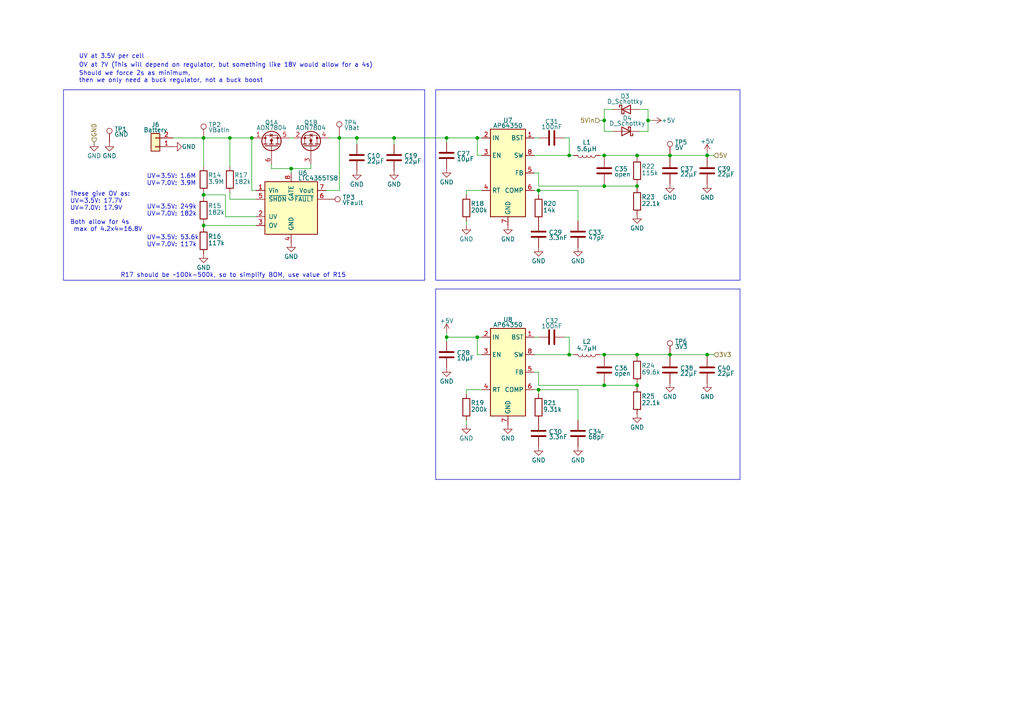
<source format=kicad_sch>
(kicad_sch (version 20220104) (generator eeschema)
  (paper "A4")
  (lib_symbols
    (symbol "AON7804:AON7804" (pin_names (offset 0) hide)
      (property "Reference" "Q" (at 5.08 1.27 0))
      (property "Value" "AON7804" (at 5.08 -1.27 0))
      (symbol "AON7804_0_1"
        (polyline (pts (xy 0.254 0) (xy -2.54 0)))
        (polyline (pts (xy 0.254 1.905) (xy 0.254 -1.905)) (stroke (width 0.254)))
        (polyline (pts (xy 0.762 -1.27) (xy 0.762 -2.286)) (stroke (width 0.254)))
        (polyline (pts (xy 0.762 0.508) (xy 0.762 -0.508)) (stroke (width 0.254)))
        (polyline (pts (xy 0.762 2.286) (xy 0.762 1.27)) (stroke (width 0.254)))
        (polyline (pts (xy 2.54 2.54) (xy 2.54 1.778)))
        (polyline (pts (xy 2.54 -2.54) (xy 2.54 0) (xy 0.762 0)))
        (polyline (pts (xy 0.762 -1.778) (xy 3.302 -1.778) (xy 3.302 1.778) (xy 0.762 1.778)))
        (polyline (pts (xy 1.016 0) (xy 2.032 0.381) (xy 2.032 -0.381) (xy 1.016 0)) (fill (type outline)))
        (polyline (pts (xy 2.794 0.508) (xy 2.921 0.381) (xy 3.683 0.381) (xy 3.81 0.254)))
        (polyline (pts (xy 3.302 0.381) (xy 2.921 -0.254) (xy 3.683 -0.254) (xy 3.302 0.381)))
        (circle (center 1.651 0) (radius 2.794) (stroke (width 0.254)))
        (circle (center 2.54 -1.778) (radius 0.254) (fill (type outline)))
        (circle (center 2.54 1.778) (radius 0.254) (fill (type outline)))
      )
      (symbol "AON7804_1_1"
        (pin passive line (at 2.54 5.08 270) (length 2.54) (name "D") (number "1"))
        (pin passive line (at 2.54 -5.08 90) (length 2.54) (name "S") (number "5"))
        (pin input line (at -5.08 0 0) (length 2.54) (name "G") (number "6"))
      )
      (symbol "AON7804_2_1"
        (pin passive line (at 2.54 -5.08 90) (length 2.54) (name "S") (number "2"))
        (pin input line (at -5.08 0 0) (length 2.54) (name "G") (number "3"))
        (pin passive line (at 2.54 5.08 270) (length 2.54) (name "D") (number "4"))
      )
    )
    (symbol "AP64350:AP64350"
      (property "Reference" "U" (at 0 0 0))
      (property "Value" "AP64350" (at 0 -2.54 0))
      (symbol "AP64350_0_1"
        (rectangle (start -5.08 12.7) (end 5.08 -12.7) (stroke (width 0.254)) (fill (type background)))
      )
      (symbol "AP64350_1_1"
        (pin output line (at 7.62 10.16 180) (length 2.54) (name "BST") (number "1"))
        (pin power_in line (at -7.62 10.16 0) (length 2.54) (name "IN") (number "2"))
        (pin input line (at -7.62 5.08 0) (length 2.54) (name "EN") (number "3"))
        (pin tri_state line (at -7.62 -5.08 0) (length 2.54) (name "RT") (number "4"))
        (pin input line (at 7.62 0 180) (length 2.54) (name "FB") (number "5"))
        (pin output line (at 7.62 -5.08 180) (length 2.54) (name "COMP") (number "6"))
        (pin power_in line (at 0 -15.24 90) (length 2.54) (name "GND") (number "7"))
        (pin power_out line (at 7.62 5.08 180) (length 2.54) (name "SW") (number "8"))
        (pin power_in line (at 0 -15.24 90) (length 2.54) hide (name "EP") (number "9"))
      )
    )
    (symbol "Connector:TestPoint" (pin_numbers hide) (pin_names (offset 0.762) hide)
      (property "Reference" "TP" (at 0 6.858 0))
      (property "Value" "TestPoint" (at 0 5.08 0))
      (symbol "TestPoint_0_1"
        (circle (center 0 3.302) (radius 0.762))
      )
      (symbol "TestPoint_1_1"
        (pin passive line (at 0 0 90) (length 2.54) (name "1") (number "1"))
      )
    )
    (symbol "Connector_Generic:Conn_01x02" (pin_names (offset 1.016) hide)
      (property "Reference" "J" (at 0 2.54 0))
      (property "Value" "Conn_01x02" (at 0 -5.08 0))
      (symbol "Conn_01x02_1_1"
        (rectangle (start -1.27 -2.413) (end 0 -2.667) (stroke (width 0.1524)))
        (rectangle (start -1.27 0.127) (end 0 -0.127) (stroke (width 0.1524)))
        (rectangle (start -1.27 1.27) (end 1.27 -3.81) (stroke (width 0.254)) (fill (type background)))
        (pin passive line (at -5.08 0 0) (length 3.81) (name "Pin_1") (number "1"))
        (pin passive line (at -5.08 -2.54 0) (length 3.81) (name "Pin_2") (number "2"))
      )
    )
    (symbol "Device:C" (pin_numbers hide) (pin_names (offset 0.254))
      (property "Reference" "C" (at 0.635 2.54 0))
      (property "Value" "C" (at 0.635 -2.54 0))
      (symbol "C_0_1"
        (polyline (pts (xy -2.032 -0.762) (xy 2.032 -0.762)) (stroke (width 0.508)))
        (polyline (pts (xy -2.032 0.762) (xy 2.032 0.762)) (stroke (width 0.508)))
      )
      (symbol "C_1_1"
        (pin passive line (at 0 3.81 270) (length 2.794) (name "~") (number "1"))
        (pin passive line (at 0 -3.81 90) (length 2.794) (name "~") (number "2"))
      )
    )
    (symbol "Device:D_Schottky" (pin_numbers hide) (pin_names (offset 1.016) hide)
      (property "Reference" "D" (at 0 2.54 0))
      (property "Value" "D_Schottky" (at 0 -2.54 0))
      (symbol "D_Schottky_0_1"
        (polyline (pts (xy 1.27 0) (xy -1.27 0)))
        (polyline (pts (xy 1.27 1.27) (xy 1.27 -1.27) (xy -1.27 0) (xy 1.27 1.27)) (stroke (width 0.254)))
        (polyline (pts (xy -1.905 0.635) (xy -1.905 1.27) (xy -1.27 1.27) (xy -1.27 -1.27) (xy -0.635 -1.27) (xy -0.635 -0.635)) (stroke (width 0.254)))
      )
      (symbol "D_Schottky_1_1"
        (pin passive line (at -3.81 0 0) (length 2.54) (name "K") (number "1"))
        (pin passive line (at 3.81 0 180) (length 2.54) (name "A") (number "2"))
      )
    )
    (symbol "Device:L" (pin_numbers hide) (pin_names (offset 1.016) hide)
      (property "Reference" "L" (at -1.27 0 90))
      (property "Value" "L" (at 1.905 0 90))
      (symbol "L_0_1"
        (arc (start 0 -2.54) (mid 0.635 -1.905) (end 0 -1.27))
        (arc (start 0 -1.27) (mid 0.635 -0.635) (end 0 0))
        (arc (start 0 0) (mid 0.635 0.635) (end 0 1.27))
        (arc (start 0 1.27) (mid 0.635 1.905) (end 0 2.54))
      )
      (symbol "L_1_1"
        (pin passive line (at 0 3.81 270) (length 1.27) (name "1") (number "1"))
        (pin passive line (at 0 -3.81 90) (length 1.27) (name "2") (number "2"))
      )
    )
    (symbol "Device:R" (pin_numbers hide) (pin_names (offset 0))
      (property "Reference" "R" (at 2.032 0 90))
      (property "Value" "R" (at 0 0 90))
      (symbol "R_0_1"
        (rectangle (start -1.016 -2.54) (end 1.016 2.54) (stroke (width 0.254)))
      )
      (symbol "R_1_1"
        (pin passive line (at 0 3.81 270) (length 1.27) (name "~") (number "1"))
        (pin passive line (at 0 -3.81 90) (length 1.27) (name "~") (number "2"))
      )
    )
    (symbol "Power_Management:LTC4365TS8" (pin_names (offset 1.016))
      (property "Reference" "U" (at -7.62 8.89 0))
      (property "Value" "LTC4365TS8" (at 2.54 8.89 0))
      (symbol "LTC4365TS8_0_1"
        (rectangle (start -7.62 7.62) (end 7.62 -7.62) (stroke (width 0.254)) (fill (type background)))
      )
      (symbol "LTC4365TS8_1_1"
        (pin power_in line (at -10.16 5.08 0) (length 2.54) (name "Vin") (number "1"))
        (pin input line (at -10.16 -2.54 0) (length 2.54) (name "UV") (number "2"))
        (pin input line (at -10.16 -5.08 0) (length 2.54) (name "OV") (number "3"))
        (pin power_in line (at 0 -10.16 90) (length 2.54) (name "GND") (number "4"))
        (pin input line (at -10.16 2.54 0) (length 2.54) (name "~{SHDN}") (number "5"))
        (pin open_collector line (at 10.16 2.54 180) (length 2.54) (name "~{FAULT}") (number "6"))
        (pin input line (at 10.16 5.08 180) (length 2.54) (name "Vout") (number "7"))
        (pin output line (at 0 10.16 270) (length 2.54) (name "GATE") (number "8"))
      )
    )
    (symbol "power:+5V" (power) (pin_names (offset 0))
      (property "Value" "+5V" (at 0 3.556 0))
      (symbol "+5V_0_1"
        (polyline (pts (xy -0.762 1.27) (xy 0 2.54)))
        (polyline (pts (xy 0 0) (xy 0 2.54)))
        (polyline (pts (xy 0 2.54) (xy 0.762 1.27)))
      )
      (symbol "+5V_1_1"
        (pin power_in line (at 0 0 90) (length 0) hide (name "+5V") (number "1"))
      )
    )
    (symbol "power:GND" (power) (pin_names (offset 0))
      (property "Value" "GND" (at 0 -3.81 0))
      (symbol "GND_0_1"
        (polyline (pts (xy 0 0) (xy 0 -1.27) (xy 1.27 -1.27) (xy 0 -2.54) (xy -1.27 -1.27) (xy 0 -1.27)))
      )
      (symbol "GND_1_1"
        (pin power_in line (at 0 0 270) (length 0) hide (name "GND") (number "1"))
      )
    )
  )
  (junction (at 184.785 45.085))
  (junction (at 205.105 102.87))
  (junction (at 175.26 111.76))
  (junction (at 73.025 40.005))
  (junction (at 187.96 34.925))
  (junction (at 66.675 40.005))
  (junction (at 175.26 45.085))
  (junction (at 184.785 53.975))
  (junction (at 129.54 40.005))
  (junction (at 165.1 45.085))
  (junction (at 129.54 97.79))
  (junction (at 138.43 40.005))
  (junction (at 59.055 40.005))
  (junction (at 175.26 34.925))
  (junction (at 194.31 45.085))
  (junction (at 205.105 45.085))
  (junction (at 156.21 113.03))
  (junction (at 165.1 102.87))
  (junction (at 175.26 102.87))
  (junction (at 184.785 102.87))
  (junction (at 59.055 65.405))
  (junction (at 114.3 40.005))
  (junction (at 59.055 56.515))
  (junction (at 103.505 40.005))
  (junction (at 84.455 48.895))
  (junction (at 194.31 102.87))
  (junction (at 175.26 53.975))
  (junction (at 98.425 40.005))
  (junction (at 156.21 55.245))
  (junction (at 138.43 97.79))
  (junction (at 184.785 111.76))
  (wire (pts (xy 59.055 64.77) (xy 59.055 65.405)))
  (polyline (pts (xy 126.365 26.035) (xy 214.63 26.035)))
  (wire (pts (xy 65.405 62.865) (xy 74.295 62.865)))
  (wire (pts (xy 135.255 121.92) (xy 135.255 123.19)))
  (wire (pts (xy 184.785 111.125) (xy 184.785 111.76)))
  (wire (pts (xy 74.295 55.245) (xy 73.025 55.245)))
  (wire (pts (xy 165.1 97.79) (xy 165.1 102.87)))
  (wire (pts (xy 175.26 102.87) (xy 184.785 102.87)))
  (wire (pts (xy 154.94 97.79) (xy 156.21 97.79)))
  (wire (pts (xy 154.94 40.005) (xy 156.21 40.005)))
  (wire (pts (xy 205.105 45.72) (xy 205.105 45.085)))
  (wire (pts (xy 187.96 38.1) (xy 185.42 38.1)))
  (wire (pts (xy 173.99 102.87) (xy 175.26 102.87)))
  (wire (pts (xy 187.96 34.925) (xy 187.96 38.1)))
  (wire (pts (xy 156.21 113.03) (xy 156.21 114.3)))
  (wire (pts (xy 205.105 102.87) (xy 207.01 102.87)))
  (wire (pts (xy 129.54 96.52) (xy 129.54 97.79)))
  (polyline (pts (xy 123.19 81.28) (xy 18.415 81.28)))
  (wire (pts (xy 138.43 102.87) (xy 138.43 97.79)))
  (polyline (pts (xy 214.63 139.065) (xy 126.365 139.065)))
  (wire (pts (xy 184.785 45.72) (xy 184.785 45.085)))
  (polyline (pts (xy 214.63 26.035) (xy 214.63 81.28)))
  (wire (pts (xy 139.7 55.245) (xy 135.255 55.245)))
  (wire (pts (xy 156.21 53.975) (xy 175.26 53.975)))
  (wire (pts (xy 184.785 53.975) (xy 184.785 54.61)))
  (wire (pts (xy 165.1 40.005) (xy 165.1 45.085)))
  (wire (pts (xy 194.31 45.085) (xy 184.785 45.085)))
  (wire (pts (xy 156.21 113.03) (xy 167.64 113.03)))
  (wire (pts (xy 138.43 45.085) (xy 138.43 40.005)))
  (wire (pts (xy 135.255 55.245) (xy 135.255 56.515)))
  (wire (pts (xy 175.26 102.87) (xy 175.26 103.505)))
  (polyline (pts (xy 126.365 83.82) (xy 214.63 83.82)))
  (wire (pts (xy 187.96 31.75) (xy 187.96 34.925)))
  (polyline (pts (xy 126.365 83.82) (xy 126.365 139.065)))
  (wire (pts (xy 185.42 31.75) (xy 187.96 31.75)))
  (wire (pts (xy 135.255 64.135) (xy 135.255 65.405)))
  (wire (pts (xy 59.055 65.405) (xy 59.055 66.04)))
  (wire (pts (xy 205.105 103.505) (xy 205.105 102.87)))
  (wire (pts (xy 139.7 97.79) (xy 138.43 97.79)))
  (wire (pts (xy 184.785 103.505) (xy 184.785 102.87)))
  (wire (pts (xy 84.455 48.895) (xy 90.17 48.895)))
  (wire (pts (xy 167.64 55.245) (xy 167.64 64.135)))
  (wire (pts (xy 156.21 107.95) (xy 156.21 111.76)))
  (polyline (pts (xy 214.63 81.28) (xy 126.365 81.28)))
  (wire (pts (xy 165.1 45.085) (xy 166.37 45.085)))
  (wire (pts (xy 59.055 56.515) (xy 59.055 57.15)))
  (wire (pts (xy 73.025 55.245) (xy 73.025 40.005)))
  (wire (pts (xy 154.94 107.95) (xy 156.21 107.95)))
  (wire (pts (xy 73.025 40.005) (xy 73.66 40.005)))
  (wire (pts (xy 138.43 40.005) (xy 129.54 40.005)))
  (wire (pts (xy 154.94 55.245) (xy 156.21 55.245)))
  (wire (pts (xy 175.26 53.975) (xy 175.26 53.34)))
  (wire (pts (xy 163.83 40.005) (xy 165.1 40.005)))
  (wire (pts (xy 175.26 53.975) (xy 184.785 53.975)))
  (wire (pts (xy 103.505 40.005) (xy 114.3 40.005)))
  (wire (pts (xy 163.83 97.79) (xy 165.1 97.79)))
  (wire (pts (xy 83.82 40.005) (xy 85.09 40.005)))
  (polyline (pts (xy 123.19 26.035) (xy 123.19 81.28)))
  (wire (pts (xy 98.425 55.245) (xy 98.425 40.005)))
  (wire (pts (xy 175.26 45.085) (xy 175.26 45.72)))
  (wire (pts (xy 175.26 31.75) (xy 177.8 31.75)))
  (wire (pts (xy 84.455 48.895) (xy 78.74 48.895)))
  (wire (pts (xy 139.7 102.87) (xy 138.43 102.87)))
  (wire (pts (xy 175.26 111.76) (xy 184.785 111.76)))
  (wire (pts (xy 194.31 45.72) (xy 194.31 45.085)))
  (wire (pts (xy 65.405 56.515) (xy 65.405 62.865)))
  (wire (pts (xy 165.1 102.87) (xy 166.37 102.87)))
  (wire (pts (xy 156.21 55.245) (xy 156.21 56.515)))
  (wire (pts (xy 95.25 40.005) (xy 98.425 40.005)))
  (wire (pts (xy 129.54 40.005) (xy 129.54 41.275)))
  (wire (pts (xy 78.74 47.625) (xy 78.74 48.895)))
  (wire (pts (xy 59.055 65.405) (xy 74.295 65.405)))
  (wire (pts (xy 184.785 53.34) (xy 184.785 53.975)))
  (wire (pts (xy 175.26 45.085) (xy 184.785 45.085)))
  (wire (pts (xy 173.99 34.925) (xy 175.26 34.925)))
  (wire (pts (xy 139.7 113.03) (xy 135.255 113.03)))
  (wire (pts (xy 50.165 40.005) (xy 59.055 40.005)))
  (wire (pts (xy 167.64 113.03) (xy 167.64 121.92)))
  (wire (pts (xy 139.7 45.085) (xy 138.43 45.085)))
  (wire (pts (xy 194.31 103.505) (xy 194.31 102.87)))
  (wire (pts (xy 154.94 45.085) (xy 165.1 45.085)))
  (wire (pts (xy 177.8 38.1) (xy 175.26 38.1)))
  (wire (pts (xy 139.7 40.005) (xy 138.43 40.005)))
  (wire (pts (xy 156.21 111.76) (xy 175.26 111.76)))
  (wire (pts (xy 194.31 102.87) (xy 184.785 102.87)))
  (wire (pts (xy 173.99 45.085) (xy 175.26 45.085)))
  (wire (pts (xy 205.105 102.87) (xy 194.31 102.87)))
  (wire (pts (xy 66.675 40.005) (xy 73.025 40.005)))
  (wire (pts (xy 187.96 34.925) (xy 189.23 34.925)))
  (wire (pts (xy 90.17 47.625) (xy 90.17 48.895)))
  (wire (pts (xy 205.105 45.085) (xy 207.01 45.085)))
  (wire (pts (xy 98.425 39.37) (xy 98.425 40.005)))
  (wire (pts (xy 205.105 44.45) (xy 205.105 45.085)))
  (wire (pts (xy 175.26 31.75) (xy 175.26 34.925)))
  (wire (pts (xy 59.055 56.515) (xy 65.405 56.515)))
  (polyline (pts (xy 214.63 83.82) (xy 214.63 139.065)))
  (wire (pts (xy 59.055 55.88) (xy 59.055 56.515)))
  (polyline (pts (xy 126.365 26.035) (xy 126.365 81.28)))
  (wire (pts (xy 98.425 40.005) (xy 103.505 40.005)))
  (wire (pts (xy 175.26 111.76) (xy 175.26 111.125)))
  (wire (pts (xy 154.94 50.165) (xy 156.21 50.165)))
  (wire (pts (xy 74.295 57.785) (xy 66.675 57.785)))
  (wire (pts (xy 156.21 55.245) (xy 167.64 55.245)))
  (wire (pts (xy 114.3 40.005) (xy 129.54 40.005)))
  (polyline (pts (xy 18.415 26.035) (xy 123.19 26.035)))
  (wire (pts (xy 156.21 50.165) (xy 156.21 53.975)))
  (wire (pts (xy 66.675 40.005) (xy 66.675 48.26)))
  (wire (pts (xy 114.3 40.005) (xy 114.3 41.91)))
  (wire (pts (xy 205.105 45.085) (xy 194.31 45.085)))
  (wire (pts (xy 154.94 113.03) (xy 156.21 113.03)))
  (wire (pts (xy 59.055 40.005) (xy 59.055 48.26)))
  (wire (pts (xy 59.055 40.005) (xy 66.675 40.005)))
  (wire (pts (xy 94.615 55.245) (xy 98.425 55.245)))
  (wire (pts (xy 175.26 34.925) (xy 175.26 38.1)))
  (wire (pts (xy 135.255 113.03) (xy 135.255 114.3)))
  (wire (pts (xy 154.94 102.87) (xy 165.1 102.87)))
  (polyline (pts (xy 18.415 81.28) (xy 18.415 26.035)))
  (wire (pts (xy 129.54 97.79) (xy 129.54 99.06)))
  (wire (pts (xy 184.785 111.76) (xy 184.785 112.395)))
  (wire (pts (xy 84.455 50.165) (xy 84.455 48.895)))
  (wire (pts (xy 103.505 41.91) (xy 103.505 40.005)))
  (wire (pts (xy 66.675 57.785) (xy 66.675 55.88)))
  (wire (pts (xy 138.43 97.79) (xy 129.54 97.79)))
  (text "R17 should be ~100k-500k, so to simplify BOM, use value of R15" (at 34.925 80.645 0) (effects (font (size 1.27 1.27)) (justify left bottom)))
  (text "Should we force 2s as minimum, \nthen we only need a buck regulator, not a buck boost" (at 22.86 24.13 0) (effects (font (size 1.27 1.27)) (justify left bottom)))
  (text "UV=3.5V: 1.6M\nUV=7.0V: 3.9M" (at 42.545 53.975 0) (effects (font (size 1.27 1.27)) (justify left bottom)))
  (text "UV=3.5V: 53.6k\nUV=7.0V: 117k" (at 42.545 71.755 0) (effects (font (size 1.27 1.27)) (justify left bottom)))
  (text "OV at ?V (This will depend on regulator, but something like 18V would allow for a 4s)" (at 22.86 19.685 0) (effects (font (size 1.27 1.27)) (justify left bottom)))
  (text "These give OV as:\nUV=3.5V: 17.7V\nUV=7.0V: 17.9V\n\nBoth allow for 4s \n max of 4.2x4=16.8V" (at 20.32 67.31 0) (effects (font (size 1.27 1.27)) (justify left bottom)))
  (text "UV at 3.5V per cell" (at 22.86 17.145 0) (effects (font (size 1.27 1.27)) (justify left bottom)))
  (text "UV=3.5V: 249k\nUV=7.0V: 182k" (at 42.545 62.865 0) (effects (font (size 1.27 1.27)) (justify left bottom)))
  (hierarchical_label "3V3" (shape input) (at 207.01 102.87 0))
  (hierarchical_label "GND" (shape input) (at 27.305 41.275 90))
  (hierarchical_label "5Vin" (shape input) (at 173.99 34.925 0))
  (hierarchical_label "5V" (shape input) (at 207.01 45.085 0))
  (symbol (lib_id "Connector:TestPoint") (at 194.31 45.085 0) (unit 1)
    (property "Reference" "TP5" (at 195.707 41.2623 0) (effects (justify left)))
    (property "Value" "5V" (at 195.707 42.7863 0) (effects (justify left)))
    (property "Footprint" "TestPoint:TestPoint_Pad_D1.0mm" (effects hide))
  )
  (symbol (lib_id "power:GND") (at 59.055 73.66 0) (unit 1)
    (property "Reference" "#PWR046" (effects hide))
    (property "Value" "GND" (at 59.055 77.597 0))
  )
  (symbol (lib_id "Device:R") (at 59.055 52.07 0) (unit 1)
    (property "Reference" "R14" (at 60.325 50.8 0) (effects (justify left)))
    (property "Value" "3.9M" (at 60.325 52.705 0) (effects (justify left)))
    (property "Footprint" "Resistor_SMD:R_0603_1608Metric" (effects hide))
  )
  (symbol (lib_id "power:GND") (at 205.105 53.34 0) (unit 1)
    (property "Reference" "#PWR067" (effects hide))
    (property "Value" "GND" (at 205.105 57.277 0))
  )
  (symbol (lib_id "Device:R") (at 135.255 60.325 0) (unit 1)
    (property "Reference" "R18" (at 136.525 59.055 0) (effects (justify left)))
    (property "Value" "200k" (at 136.525 60.96 0) (effects (justify left)))
    (property "Footprint" "Resistor_SMD:R_0603_1608Metric" (effects hide))
  )
  (symbol (lib_id "AON7804:AON7804") (at 78.74 42.545 90) (unit 1)
    (property "Reference" "Q1" (at 78.74 35.5346 90))
    (property "Value" "AON7804" (at 78.74 37.0586 90))
    (property "Footprint" "AON7804:DFN3X3" (effects hide))
    (property "Datasheet" "https://www.digikey.co.uk/en/products/detail/alpha-omega-semiconductor-inc/AON7804/3152547" (effects hide))
  )
  (symbol (lib_id "Device:R") (at 184.785 116.205 0) (unit 1)
    (property "Reference" "R25" (at 186.055 114.935 0) (effects (justify left)))
    (property "Value" "22.1k" (at 186.055 116.84 0) (effects (justify left)))
    (property "Footprint" "Resistor_SMD:R_0603_1608Metric" (effects hide))
  )
  (symbol (lib_id "power:GND") (at 194.31 53.34 0) (unit 1)
    (property "Reference" "#PWR064" (effects hide))
    (property "Value" "GND" (at 194.31 57.277 0))
  )
  (symbol (lib_id "Device:R") (at 59.055 60.96 0) (unit 1)
    (property "Reference" "R15" (at 60.325 59.69 0) (effects (justify left)))
    (property "Value" "182k" (at 60.325 61.595 0) (effects (justify left)))
    (property "Footprint" "Resistor_SMD:R_0603_1608Metric" (effects hide))
  )
  (symbol (lib_id "Device:R") (at 184.785 107.315 0) (unit 1)
    (property "Reference" "R24" (at 186.055 106.045 0) (effects (justify left)))
    (property "Value" "69.6k" (at 186.055 107.95 0) (effects (justify left)))
    (property "Footprint" "Resistor_SMD:R_0603_1608Metric" (effects hide))
  )
  (symbol (lib_id "Device:C") (at 103.505 45.72 0) (unit 1)
    (property "Reference" "C10" (at 106.426 45.1993 0) (effects (justify left)))
    (property "Value" "22μF" (at 106.426 46.7233 0) (effects (justify left)))
    (property "Footprint" "Capacitor_SMD:C_0603_1608Metric" (effects hide))
  )
  (symbol (lib_id "Device:C") (at 194.31 49.53 0) (unit 1)
    (property "Reference" "C37" (at 197.231 49.0093 0) (effects (justify left)))
    (property "Value" "22μF" (at 197.231 50.5333 0) (effects (justify left)))
    (property "Footprint" "Capacitor_SMD:C_0603_1608Metric" (effects hide))
  )
  (symbol (lib_id "Device:C") (at 114.3 45.72 0) (unit 1)
    (property "Reference" "C19" (at 117.221 45.1993 0) (effects (justify left)))
    (property "Value" "22μF" (at 117.221 46.7233 0) (effects (justify left)))
    (property "Footprint" "Capacitor_SMD:C_0603_1608Metric" (effects hide))
  )
  (symbol (lib_id "power:GND") (at 114.3 49.53 0) (unit 1)
    (property "Reference" "#PWR049" (effects hide))
    (property "Value" "GND" (at 114.3 53.467 0))
  )
  (symbol (lib_id "power:GND") (at 147.32 123.19 0) (unit 1)
    (property "Reference" "#PWR056" (effects hide))
    (property "Value" "GND" (at 147.32 127.127 0))
  )
  (symbol (lib_id "Device:R") (at 184.785 49.53 0) (unit 1)
    (property "Reference" "R22" (at 186.055 48.26 0) (effects (justify left)))
    (property "Value" "115k" (at 186.055 50.165 0) (effects (justify left)))
    (property "Footprint" "Resistor_SMD:R_0603_1608Metric" (effects hide))
  )
  (symbol (lib_id "power:GND") (at 205.105 111.125 0) (unit 1)
    (property "Reference" "#PWR068" (effects hide))
    (property "Value" "GND" (at 205.105 115.062 0))
  )
  (symbol (lib_id "power:GND") (at 50.165 42.545 90) (unit 1)
    (property "Reference" "#PWR045" (effects hide))
    (property "Value" "GND" (at 52.705 42.545 90) (effects (justify right)))
  )
  (symbol (lib_id "Device:D_Schottky") (at 181.61 38.1 180) (unit 1)
    (property "Reference" "D4" (at 181.9275 34.2646 0))
    (property "Value" "D_Schottky" (at 181.9275 35.7886 0))
    (property "Footprint" "Diode_SMD:D_SOD-123F" (effects hide))
    (property "Datasheet" "https://www.digikey.co.uk/en/products/detail/smc-diode-solutions/DSS12UTR/8341857" (effects hide))
  )
  (symbol (lib_id "power:GND") (at 167.64 71.755 0) (unit 1)
    (property "Reference" "#PWR059" (effects hide))
    (property "Value" "GND" (at 167.64 75.692 0))
  )
  (symbol (lib_id "Connector:TestPoint") (at 194.31 102.87 0) (unit 1)
    (property "Reference" "TP6" (at 195.707 99.0473 0) (effects (justify left)))
    (property "Value" "3V3" (at 195.707 100.5713 0) (effects (justify left)))
    (property "Footprint" "TestPoint:TestPoint_Pad_D1.0mm" (effects hide))
  )
  (symbol (lib_id "AON7804:AON7804") (at 90.17 42.545 270) (mirror x) (unit 2)
    (property "Reference" "Q1" (at 90.17 35.5346 90))
    (property "Value" "AON7804" (at 90.17 37.0586 90))
    (property "Footprint" "AON7804:DFN3X3" (effects hide))
    (property "Datasheet" "https://www.digikey.co.uk/en/products/detail/alpha-omega-semiconductor-inc/AON7804/3152547" (effects hide))
  )
  (symbol (lib_id "Connector:TestPoint") (at 59.055 40.005 0) (unit 1)
    (property "Reference" "TP2" (at 60.452 36.1823 0) (effects (justify left)))
    (property "Value" "VBatIn" (at 60.452 37.7063 0) (effects (justify left)))
    (property "Footprint" "TestPoint:TestPoint_Pad_D1.0mm" (effects hide))
  )
  (symbol (lib_id "power:GND") (at 184.785 62.23 0) (unit 1)
    (property "Reference" "#PWR061" (effects hide))
    (property "Value" "GND" (at 184.785 66.167 0))
  )
  (symbol (lib_id "Device:C") (at 129.54 102.87 0) (unit 1)
    (property "Reference" "C28" (at 132.461 102.3493 0) (effects (justify left)))
    (property "Value" "10μF" (at 132.461 103.8733 0) (effects (justify left)))
    (property "Footprint" "Capacitor_SMD:C_0603_1608Metric" (effects hide))
  )
  (symbol (lib_id "Device:D_Schottky") (at 181.61 31.75 0) (unit 1)
    (property "Reference" "D3" (at 181.2925 27.9146 0))
    (property "Value" "D_Schottky" (at 181.2925 29.4386 0))
    (property "Footprint" "Diode_SMD:D_SOD-123F" (effects hide))
    (property "Datasheet" "https://www.digikey.co.uk/en/products/detail/smc-diode-solutions/DSS12UTR/8341857" (effects hide))
  )
  (symbol (lib_id "Device:R") (at 156.21 118.11 0) (unit 1)
    (property "Reference" "R21" (at 157.48 116.84 0) (effects (justify left)))
    (property "Value" "9.31k" (at 157.48 118.745 0) (effects (justify left)))
    (property "Footprint" "Resistor_SMD:R_0603_1608Metric" (effects hide))
  )
  (symbol (lib_id "Device:C") (at 205.105 49.53 0) (unit 1)
    (property "Reference" "C39" (at 208.026 49.0093 0) (effects (justify left)))
    (property "Value" "22μF" (at 208.026 50.5333 0) (effects (justify left)))
    (property "Footprint" "Capacitor_SMD:C_0603_1608Metric" (effects hide))
  )
  (symbol (lib_id "power:GND") (at 31.75 41.275 0) (unit 1)
    (property "Reference" "#PWR025" (effects hide))
    (property "Value" "GND" (at 31.75 45.212 0))
  )
  (symbol (lib_id "Connector:TestPoint") (at 98.425 39.37 0) (unit 1)
    (property "Reference" "TP4" (at 99.822 35.5473 0) (effects (justify left)))
    (property "Value" "VBat" (at 99.822 37.0713 0) (effects (justify left)))
    (property "Footprint" "TestPoint:TestPoint_Pad_D1.0mm" (effects hide))
  )
  (symbol (lib_id "power:GND") (at 84.455 70.485 0) (unit 1)
    (property "Reference" "#PWR047" (effects hide))
    (property "Value" "GND" (at 84.455 74.422 0))
  )
  (symbol (lib_id "Device:C") (at 160.02 40.005 90) (unit 1)
    (property "Reference" "C31" (at 160.02 35.2806 90))
    (property "Value" "100nF" (at 160.02 36.8046 90))
    (property "Footprint" "Capacitor_SMD:C_0603_1608Metric" (effects hide))
  )
  (symbol (lib_id "power:GND") (at 167.64 129.54 0) (unit 1)
    (property "Reference" "#PWR060" (effects hide))
    (property "Value" "GND" (at 167.64 133.477 0))
  )
  (symbol (lib_id "power:GND") (at 129.54 106.68 0) (unit 1)
    (property "Reference" "#PWR052" (effects hide))
    (property "Value" "GND" (at 129.54 110.617 0))
  )
  (symbol (lib_id "Connector:TestPoint") (at 31.75 41.275 0) (unit 1)
    (property "Reference" "TP1" (at 33.147 37.4523 0) (effects (justify left)))
    (property "Value" "GND" (at 33.147 38.9763 0) (effects (justify left)))
    (property "Footprint" "TestPoint:TestPoint_Pad_D1.0mm" (effects hide))
  )
  (symbol (lib_id "power:GND") (at 135.255 65.405 0) (unit 1)
    (property "Reference" "#PWR053" (effects hide))
    (property "Value" "GND" (at 135.255 69.342 0))
  )
  (symbol (lib_id "Device:R") (at 66.675 52.07 0) (unit 1)
    (property "Reference" "R17" (at 67.945 50.8 0) (effects (justify left)))
    (property "Value" "182k" (at 67.945 52.705 0) (effects (justify left)))
    (property "Footprint" "Resistor_SMD:R_0603_1608Metric" (effects hide))
  )
  (symbol (lib_id "power:GND") (at 103.505 49.53 0) (unit 1)
    (property "Reference" "#PWR048" (effects hide))
    (property "Value" "GND" (at 103.505 53.467 0))
  )
  (symbol (lib_id "power:GND") (at 135.255 123.19 0) (unit 1)
    (property "Reference" "#PWR054" (effects hide))
    (property "Value" "GND" (at 135.255 127.127 0))
  )
  (symbol (lib_id "AP64350:AP64350") (at 147.32 50.165 0) (unit 1)
    (property "Reference" "U7" (at 147.32 34.8996 0))
    (property "Value" "AP64350" (at 147.32 36.4236 0))
    (property "Footprint" "Package_SO:Diodes_SO-8EP" (effects hide))
    (property "Datasheet" "https://www.digikey.co.uk/en/products/detail/diodes-incorporated/AP64350SP-13/10420257" (effects hide))
  )
  (symbol (lib_id "Device:C") (at 194.31 107.315 0) (unit 1)
    (property "Reference" "C38" (at 197.231 106.7943 0) (effects (justify left)))
    (property "Value" "22μF" (at 197.231 108.3183 0) (effects (justify left)))
    (property "Footprint" "Capacitor_SMD:C_0603_1608Metric" (effects hide))
  )
  (symbol (lib_id "Device:C") (at 156.21 67.945 0) (unit 1)
    (property "Reference" "C29" (at 159.131 67.4243 0) (effects (justify left)))
    (property "Value" "3.3nF" (at 159.131 68.9483 0) (effects (justify left)))
    (property "Footprint" "Capacitor_SMD:C_0603_1608Metric" (effects hide))
  )
  (symbol (lib_id "Device:R") (at 135.255 118.11 0) (unit 1)
    (property "Reference" "R19" (at 136.525 116.84 0) (effects (justify left)))
    (property "Value" "200k" (at 136.525 118.745 0) (effects (justify left)))
    (property "Footprint" "Resistor_SMD:R_0603_1608Metric" (effects hide))
  )
  (symbol (lib_id "Power_Management:LTC4365TS8") (at 84.455 60.325 0) (unit 1)
    (property "Reference" "U6" (at 86.4109 50.1396 0) (effects (justify left)))
    (property "Value" "LTC4365TS8" (at 86.4109 51.6636 0) (effects (justify left)))
    (property "Footprint" "Package_TO_SOT_SMD:TSOT-23-8" (effects hide))
    (property "Datasheet" "https://www.analog.com/media/en/technical-documentation/data-sheets/4365fa.pdf" (effects hide))
  )
  (symbol (lib_id "power:+5V") (at 205.105 44.45 0) (unit 1)
    (property "Reference" "#PWR066" (effects hide))
    (property "Value" "+5V" (at 205.105 40.9956 0))
  )
  (symbol (lib_id "Device:C") (at 160.02 97.79 90) (unit 1)
    (property "Reference" "C32" (at 160.02 93.0656 90))
    (property "Value" "100nF" (at 160.02 94.5896 90))
    (property "Footprint" "Capacitor_SMD:C_0603_1608Metric" (effects hide))
  )
  (symbol (lib_id "Device:L") (at 170.18 45.085 270) (unit 1)
    (property "Reference" "L1" (at 170.18 41.275 90))
    (property "Value" "5.6μH" (at 170.18 43.18 90))
    (property "Footprint" "Inductor_SMD:L_Bourns_SRN8040TA" (effects hide))
    (property "Datasheet" "https://www.digikey.co.uk/en/products/detail/bourns-inc/SRN8040TA-5R6M/6155127" (effects hide))
    (property "Note" "Should be 5.5μH" (effects hide))
  )
  (symbol (lib_id "Device:R") (at 184.785 58.42 0) (unit 1)
    (property "Reference" "R23" (at 186.055 57.15 0) (effects (justify left)))
    (property "Value" "22.1k" (at 186.055 59.055 0) (effects (justify left)))
    (property "Footprint" "Resistor_SMD:R_0603_1608Metric" (effects hide))
  )
  (symbol (lib_id "Device:C") (at 205.105 107.315 0) (unit 1)
    (property "Reference" "C40" (at 208.026 106.7943 0) (effects (justify left)))
    (property "Value" "22μF" (at 208.026 108.3183 0) (effects (justify left)))
    (property "Footprint" "Capacitor_SMD:C_0603_1608Metric" (effects hide))
  )
  (symbol (lib_id "Device:C") (at 156.21 125.73 0) (unit 1)
    (property "Reference" "C30" (at 159.131 125.2093 0) (effects (justify left)))
    (property "Value" "3.3nF" (at 159.131 126.7333 0) (effects (justify left)))
    (property "Footprint" "Capacitor_SMD:C_0603_1608Metric" (effects hide))
  )
  (symbol (lib_id "Device:C") (at 175.26 107.315 0) (unit 1)
    (property "Reference" "C36" (at 178.181 106.7943 0) (effects (justify left)))
    (property "Value" "open" (at 178.181 108.3183 0) (effects (justify left)))
    (property "Footprint" "Capacitor_SMD:C_0603_1608Metric" (effects hide))
  )
  (symbol (lib_id "Device:R") (at 59.055 69.85 0) (unit 1)
    (property "Reference" "R16" (at 60.325 68.58 0) (effects (justify left)))
    (property "Value" "117k" (at 60.325 70.485 0) (effects (justify left)))
    (property "Footprint" "Resistor_SMD:R_0603_1608Metric" (effects hide))
  )
  (symbol (lib_id "AP64350:AP64350") (at 147.32 107.95 0) (unit 1)
    (property "Reference" "U8" (at 147.32 92.6846 0))
    (property "Value" "AP64350" (at 147.32 94.2086 0))
    (property "Footprint" "Package_SO:Diodes_SO-8EP" (effects hide))
    (property "Datasheet" "https://www.digikey.co.uk/en/products/detail/diodes-incorporated/AP64350SP-13/10420257" (effects hide))
  )
  (symbol (lib_id "power:GND") (at 129.54 48.895 0) (unit 1)
    (property "Reference" "#PWR050" (effects hide))
    (property "Value" "GND" (at 129.54 52.832 0))
  )
  (symbol (lib_id "power:GND") (at 147.32 65.405 0) (unit 1)
    (property "Reference" "#PWR055" (effects hide))
    (property "Value" "GND" (at 147.32 69.342 0))
  )
  (symbol (lib_id "Device:C") (at 167.64 125.73 0) (unit 1)
    (property "Reference" "C34" (at 170.561 125.2093 0) (effects (justify left)))
    (property "Value" "68pF" (at 170.561 126.7333 0) (effects (justify left)))
    (property "Footprint" "Capacitor_SMD:C_0603_1608Metric" (effects hide))
  )
  (symbol (lib_id "power:GND") (at 194.31 111.125 0) (unit 1)
    (property "Reference" "#PWR065" (effects hide))
    (property "Value" "GND" (at 194.31 115.062 0))
  )
  (symbol (lib_id "power:GND") (at 156.21 71.755 0) (unit 1)
    (property "Reference" "#PWR057" (effects hide))
    (property "Value" "GND" (at 156.21 75.692 0))
  )
  (symbol (lib_id "Connector_Generic:Conn_01x02") (at 45.085 42.545 180) (unit 1)
    (property "Reference" "J6" (at 45.085 36.1696 0))
    (property "Value" "Battery" (at 45.085 37.6936 0))
    (property "Footprint" "Connector_AMASS:AMASS_XT30UPB-M_1x02_P5.0mm_Vertical" (effects hide))
  )
  (symbol (lib_id "power:GND") (at 184.785 120.015 0) (unit 1)
    (property "Reference" "#PWR062" (effects hide))
    (property "Value" "GND" (at 184.785 123.952 0))
  )
  (symbol (lib_id "power:+5V") (at 129.54 96.52 0) (unit 1)
    (property "Reference" "#PWR051" (effects hide))
    (property "Value" "+5V" (at 129.54 93.0656 0))
  )
  (symbol (lib_id "Device:C") (at 167.64 67.945 0) (unit 1)
    (property "Reference" "C33" (at 170.561 67.4243 0) (effects (justify left)))
    (property "Value" "47pF" (at 170.561 68.9483 0) (effects (justify left)))
    (property "Footprint" "Capacitor_SMD:C_0603_1608Metric" (effects hide))
  )
  (symbol (lib_id "Device:R") (at 156.21 60.325 0) (unit 1)
    (property "Reference" "R20" (at 157.48 59.055 0) (effects (justify left)))
    (property "Value" "14k" (at 157.48 60.96 0) (effects (justify left)))
    (property "Footprint" "Resistor_SMD:R_0603_1608Metric" (effects hide))
  )
  (symbol (lib_id "Connector:TestPoint") (at 94.615 57.785 270) (unit 1)
    (property "Reference" "TP3" (at 99.314 57.2643 90) (effects (justify left)))
    (property "Value" "VFault" (at 99.314 58.7883 90) (effects (justify left)))
    (property "Footprint" "TestPoint:TestPoint_Pad_D1.0mm" (effects hide))
  )
  (symbol (lib_id "power:+5V") (at 189.23 34.925 270) (unit 1)
    (property "Reference" "#PWR063" (effects hide))
    (property "Value" "+5V" (at 191.77 34.925 90) (effects (justify left)))
  )
  (symbol (lib_id "Device:C") (at 129.54 45.085 0) (unit 1)
    (property "Reference" "C27" (at 132.461 44.5643 0) (effects (justify left)))
    (property "Value" "10μF" (at 132.461 46.0883 0) (effects (justify left)))
    (property "Footprint" "Capacitor_SMD:C_0603_1608Metric" (effects hide))
  )
  (symbol (lib_id "power:GND") (at 27.305 41.275 0) (unit 1)
    (property "Reference" "#PWR023" (effects hide))
    (property "Value" "GND" (at 27.305 45.212 0))
  )
  (symbol (lib_id "power:GND") (at 156.21 129.54 0) (unit 1)
    (property "Reference" "#PWR058" (effects hide))
    (property "Value" "GND" (at 156.21 133.477 0))
  )
  (symbol (lib_id "Device:C") (at 175.26 49.53 0) (unit 1)
    (property "Reference" "C35" (at 178.181 49.0093 0) (effects (justify left)))
    (property "Value" "open" (at 178.181 50.5333 0) (effects (justify left)))
    (property "Footprint" "Capacitor_SMD:C_0603_1608Metric" (effects hide))
  )
  (symbol (lib_id "Device:L") (at 170.18 102.87 270) (unit 1)
    (property "Reference" "L2" (at 170.18 99.06 90))
    (property "Value" "4.7μH" (at 170.18 100.965 90))
    (property "Footprint" "Inductor_SMD:L_Wuerth_MAPI-3015" (effects hide))
    (property "Datasheet" "https://www.digikey.co.uk/en/products/detail/w%C3%BCrth-elektronik/74438335047/4386836" (effects hide))
  )
)
</source>
